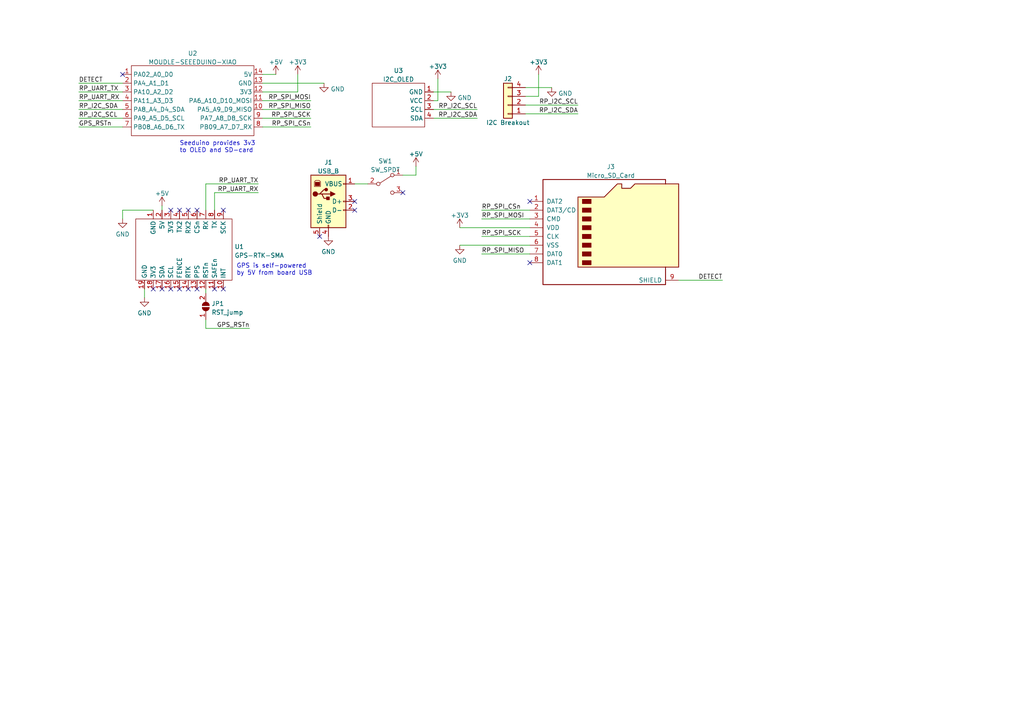
<source format=kicad_sch>
(kicad_sch (version 20211123) (generator eeschema)
  (paper "A4")
  (lib_symbols
    (symbol "Connector:Micro_SD_Card" (pin_names (offset 1.016))
      (property "Reference" "J" (at -16.51 15.24 0))
      (property "Value" "Micro_SD_Card" (at 16.51 15.24 0))
      (symbol "Micro_SD_Card_0_1"
        (rectangle (start -7.62 -9.525) (end -5.08 -10.795) (fill (type outline)))
        (rectangle (start -7.62 -6.985) (end -5.08 -8.255) (fill (type outline)))
        (rectangle (start -7.62 -4.445) (end -5.08 -5.715) (fill (type outline)))
        (rectangle (start -7.62 -1.905) (end -5.08 -3.175) (fill (type outline)))
        (rectangle (start -7.62 0.635) (end -5.08 -0.635) (fill (type outline)))
        (rectangle (start -7.62 3.175) (end -5.08 1.905) (fill (type outline)))
        (rectangle (start -7.62 5.715) (end -5.08 4.445) (fill (type outline)))
        (rectangle (start -7.62 8.255) (end -5.08 6.985) (fill (type outline)))
        (polyline (pts (xy 16.51 12.7) (xy 16.51 13.97) (xy -19.05 13.97) (xy -19.05 -16.51) (xy 16.51 -16.51) (xy 16.51 -11.43)) (stroke (width 0.254)))
        (polyline (pts (xy -8.89 -11.43) (xy -8.89 8.89) (xy -1.27 8.89) (xy 2.54 12.7) (xy 3.81 12.7) (xy 3.81 11.43) (xy 6.35 11.43) (xy 7.62 12.7) (xy 20.32 12.7) (xy 20.32 -11.43) (xy -8.89 -11.43)) (stroke (width 0.254)) (fill (type background)))
      )
      (symbol "Micro_SD_Card_1_1"
        (pin bidirectional line (at -22.86 7.62 0) (length 3.81) (name "DAT2") (number "1"))
        (pin bidirectional line (at -22.86 5.08 0) (length 3.81) (name "DAT3/CD") (number "2"))
        (pin input line (at -22.86 2.54 0) (length 3.81) (name "CMD") (number "3"))
        (pin power_in line (at -22.86 0 0) (length 3.81) (name "VDD") (number "4"))
        (pin input line (at -22.86 -2.54 0) (length 3.81) (name "CLK") (number "5"))
        (pin power_in line (at -22.86 -5.08 0) (length 3.81) (name "VSS") (number "6"))
        (pin bidirectional line (at -22.86 -7.62 0) (length 3.81) (name "DAT0") (number "7"))
        (pin bidirectional line (at -22.86 -10.16 0) (length 3.81) (name "DAT1") (number "8"))
        (pin passive line (at 20.32 -15.24 180) (length 3.81) (name "SHIELD") (number "9"))
      )
    )
    (symbol "Connector:USB_B" (pin_names (offset 1.016))
      (property "Reference" "J" (at -5.08 11.43 0))
      (property "Value" "USB_B" (at -5.08 8.89 0))
      (symbol "USB_B_0_1"
        (rectangle (start -5.08 -7.62) (end 5.08 7.62) (stroke (width 0.254)) (fill (type background)))
        (circle (center -3.81 2.159) (radius 0.635) (stroke (width 0.254)) (fill (type outline)))
        (rectangle (start -3.81 5.588) (end -2.54 4.572) (fill (type outline)))
        (circle (center -0.635 3.429) (radius 0.381) (stroke (width 0.254)) (fill (type outline)))
        (rectangle (start -0.127 -7.62) (end 0.127 -6.858))
        (polyline (pts (xy -1.905 2.159) (xy 0.635 2.159)) (stroke (width 0.254)))
        (polyline (pts (xy -3.175 2.159) (xy -2.54 2.159) (xy -1.27 3.429) (xy -0.635 3.429)) (stroke (width 0.254)))
        (polyline (pts (xy -2.54 2.159) (xy -1.905 2.159) (xy -1.27 0.889) (xy 0 0.889)) (stroke (width 0.254)))
        (polyline (pts (xy 0.635 2.794) (xy 0.635 1.524) (xy 1.905 2.159) (xy 0.635 2.794)) (stroke (width 0.254)) (fill (type outline)))
        (polyline (pts (xy -4.064 4.318) (xy -2.286 4.318) (xy -2.286 5.715) (xy -2.667 6.096) (xy -3.683 6.096) (xy -4.064 5.715) (xy -4.064 4.318)))
        (rectangle (start 0.254 1.27) (end -0.508 0.508) (stroke (width 0.254)) (fill (type outline)))
        (rectangle (start 5.08 -2.667) (end 4.318 -2.413))
        (rectangle (start 5.08 -0.127) (end 4.318 0.127))
        (rectangle (start 5.08 4.953) (end 4.318 5.207))
      )
      (symbol "USB_B_1_1"
        (pin power_out line (at 7.62 5.08 180) (length 2.54) (name "VBUS") (number "1"))
        (pin bidirectional line (at 7.62 -2.54 180) (length 2.54) (name "D-") (number "2"))
        (pin bidirectional line (at 7.62 0 180) (length 2.54) (name "D+") (number "3"))
        (pin power_out line (at 0 -10.16 90) (length 2.54) (name "GND") (number "4"))
        (pin passive line (at -2.54 -10.16 90) (length 2.54) (name "Shield") (number "5"))
      )
    )
    (symbol "Connector_Generic:Conn_01x04" (pin_names (offset 1.016) hide)
      (property "Reference" "J" (at 0 5.08 0))
      (property "Value" "Conn_01x04" (at 0 -7.62 0))
      (symbol "Conn_01x04_1_1"
        (rectangle (start -1.27 -4.953) (end 0 -5.207) (stroke (width 0.1524)))
        (rectangle (start -1.27 -2.413) (end 0 -2.667) (stroke (width 0.1524)))
        (rectangle (start -1.27 0.127) (end 0 -0.127) (stroke (width 0.1524)))
        (rectangle (start -1.27 2.667) (end 0 2.413) (stroke (width 0.1524)))
        (rectangle (start -1.27 3.81) (end 1.27 -6.35) (stroke (width 0.254)) (fill (type background)))
        (pin passive line (at -5.08 2.54 0) (length 3.81) (name "Pin_1") (number "1"))
        (pin passive line (at -5.08 0 0) (length 3.81) (name "Pin_2") (number "2"))
        (pin passive line (at -5.08 -2.54 0) (length 3.81) (name "Pin_3") (number "3"))
        (pin passive line (at -5.08 -5.08 0) (length 3.81) (name "Pin_4") (number "4"))
      )
    )
    (symbol "Jumper:SolderJumper_2_Open" (pin_names (offset 0) hide)
      (property "Reference" "JP" (at 0 2.032 0))
      (property "Value" "SolderJumper_2_Open" (at 0 -2.54 0))
      (symbol "SolderJumper_2_Open_0_1"
        (arc (start -0.254 1.016) (mid -1.27 0) (end -0.254 -1.016))
        (arc (start -0.254 1.016) (mid -1.27 0) (end -0.254 -1.016) (fill (type outline)))
        (polyline (pts (xy -0.254 1.016) (xy -0.254 -1.016)))
        (polyline (pts (xy 0.254 1.016) (xy 0.254 -1.016)))
        (arc (start 0.254 -1.016) (mid 1.27 0) (end 0.254 1.016))
        (arc (start 0.254 -1.016) (mid 1.27 0) (end 0.254 1.016) (fill (type outline)))
      )
      (symbol "SolderJumper_2_Open_1_1"
        (pin passive line (at -3.81 0 0) (length 2.54) (name "A") (number "1"))
        (pin passive line (at 3.81 0 180) (length 2.54) (name "B") (number "2"))
      )
    )
    (symbol "MOUDLE-SEEEDUINO-XIAO:MOUDLE-SEEEDUINO-XIAO"
      (property "Reference" "U" (at -16.51 11.43 0))
      (property "Value" "MOUDLE-SEEEDUINO-XIAO" (at -3.81 -11.43 0))
      (symbol "MOUDLE-SEEEDUINO-XIAO_0_1"
        (rectangle (start -16.51 10.16) (end 19.05 -10.16))
      )
      (symbol "MOUDLE-SEEEDUINO-XIAO_1_1"
        (pin unspecified line (at -19.05 7.62 0) (length 2.54) (name "PA02_A0_D0") (number "1"))
        (pin unspecified line (at 21.59 -2.54 180) (length 2.54) (name "PA5_A9_D9_MISO") (number "10"))
        (pin unspecified line (at 21.59 0 180) (length 2.54) (name "PA6_A10_D10_MOSI") (number "11"))
        (pin unspecified line (at 21.59 2.54 180) (length 2.54) (name "3V3") (number "12"))
        (pin unspecified line (at 21.59 5.08 180) (length 2.54) (name "GND") (number "13"))
        (pin unspecified line (at 21.59 7.62 180) (length 2.54) (name "5V") (number "14"))
        (pin unspecified line (at -19.05 5.08 0) (length 2.54) (name "PA4_A1_D1") (number "2"))
        (pin unspecified line (at -19.05 2.54 0) (length 2.54) (name "PA10_A2_D2") (number "3"))
        (pin unspecified line (at -19.05 0 0) (length 2.54) (name "PA11_A3_D3") (number "4"))
        (pin unspecified line (at -19.05 -2.54 0) (length 2.54) (name "PA8_A4_D4_SDA") (number "5"))
        (pin unspecified line (at -19.05 -5.08 0) (length 2.54) (name "PA9_A5_D5_SCL") (number "6"))
        (pin unspecified line (at -19.05 -7.62 0) (length 2.54) (name "PB08_A6_D6_TX") (number "7"))
        (pin unspecified line (at 21.59 -7.62 180) (length 2.54) (name "PB09_A7_D7_RX") (number "8"))
        (pin unspecified line (at 21.59 -5.08 180) (length 2.54) (name "PA7_A8_D8_SCK") (number "9"))
      )
    )
    (symbol "Switch:SW_SPDT" (pin_names (offset 0) hide)
      (property "Reference" "SW" (at 0 4.318 0))
      (property "Value" "SW_SPDT" (at 0 -5.08 0))
      (symbol "SW_SPDT_0_0"
        (circle (center -2.032 0) (radius 0.508))
        (circle (center 2.032 -2.54) (radius 0.508))
      )
      (symbol "SW_SPDT_0_1"
        (polyline (pts (xy -1.524 0.254) (xy 1.651 2.286)))
        (circle (center 2.032 2.54) (radius 0.508))
      )
      (symbol "SW_SPDT_1_1"
        (pin passive line (at 5.08 2.54 180) (length 2.54) (name "A") (number "1"))
        (pin passive line (at -5.08 0 0) (length 2.54) (name "B") (number "2"))
        (pin passive line (at 5.08 -2.54 180) (length 2.54) (name "C") (number "3"))
      )
    )
    (symbol "power:+3V3" (power) (pin_names (offset 0))
      (property "Value" "+3V3" (at 0 3.556 0))
      (symbol "+3V3_0_1"
        (polyline (pts (xy -0.762 1.27) (xy 0 2.54)))
        (polyline (pts (xy 0 0) (xy 0 2.54)))
        (polyline (pts (xy 0 2.54) (xy 0.762 1.27)))
      )
      (symbol "+3V3_1_1"
        (pin power_in line (at 0 0 90) (length 0) hide (name "+3V3") (number "1"))
      )
    )
    (symbol "power:+5V" (power) (pin_names (offset 0))
      (property "Value" "+5V" (at 0 3.556 0))
      (symbol "+5V_0_1"
        (polyline (pts (xy -0.762 1.27) (xy 0 2.54)))
        (polyline (pts (xy 0 0) (xy 0 2.54)))
        (polyline (pts (xy 0 2.54) (xy 0.762 1.27)))
      )
      (symbol "+5V_1_1"
        (pin power_in line (at 0 0 90) (length 0) hide (name "+5V") (number "1"))
      )
    )
    (symbol "power:GND" (power) (pin_names (offset 0))
      (property "Value" "GND" (at 0 -3.81 0))
      (symbol "GND_0_1"
        (polyline (pts (xy 0 0) (xy 0 -1.27) (xy 1.27 -1.27) (xy 0 -2.54) (xy -1.27 -1.27) (xy 0 -1.27)))
      )
      (symbol "GND_1_1"
        (pin power_in line (at 0 0 270) (length 0) hide (name "GND") (number "1"))
      )
    )
    (symbol "sparkfun_parts:GPS-RTK-SMA"
      (property "Reference" "U" (at -12 24.5 0))
      (property "Value" "GPS-RTK-SMA" (at 0 15.24 0))
      (symbol "GPS-RTK-SMA_0_1"
        (rectangle (start -12.7 22.86) (end 15.24 5.08) (stroke (width 0.1524)))
      )
      (symbol "GPS-RTK-SMA_1_1"
        (pin input line (at -7.62 25.4 270) (length 2.54) (name "GND") (number "1"))
        (pin input line (at 12.7 2.54 90) (length 2.54) (name "INT") (number "10"))
        (pin input line (at 10.16 2.54 90) (length 2.54) (name "SAFEn") (number "11"))
        (pin input line (at 7.62 2.54 90) (length 2.54) (name "RSTn") (number "12"))
        (pin input line (at 5.08 2.54 90) (length 2.54) (name "PPS") (number "13"))
        (pin input line (at 2.54 2.54 90) (length 2.54) (name "RTK") (number "14"))
        (pin input line (at 0 2.54 90) (length 2.54) (name "FENCE") (number "15"))
        (pin input line (at -2.54 2.54 90) (length 2.54) (name "SCL") (number "16"))
        (pin input line (at -5.08 2.54 90) (length 2.54) (name "SDA") (number "17"))
        (pin input line (at -7.62 2.54 90) (length 2.54) (name "3V3") (number "18"))
        (pin input line (at -10.16 2.54 90) (length 2.54) (name "GND") (number "19"))
        (pin input line (at -5.08 25.4 270) (length 2.54) (name "5V") (number "2"))
        (pin input line (at -2.54 25.4 270) (length 2.54) (name "3V3") (number "3"))
        (pin input line (at 0 25.4 270) (length 2.54) (name "TX2") (number "4"))
        (pin input line (at 2.54 25.4 270) (length 2.54) (name "RX2") (number "5"))
        (pin input line (at 5.08 25.4 270) (length 2.54) (name "CSn") (number "6"))
        (pin input line (at 7.62 25.4 270) (length 2.54) (name "RX") (number "7"))
        (pin input line (at 10.16 25.4 270) (length 2.54) (name "TX") (number "8"))
        (pin input line (at 12.7 25.4 270) (length 2.54) (name "SCK") (number "9"))
      )
    )
    (symbol "sparkfun_parts:I2C_OLED"
      (property "Reference" "U" (at 0 5.08 0))
      (property "Value" "I2C_OLED" (at -2.54 13.97 0))
      (symbol "I2C_OLED_0_1"
        (rectangle (start -7.62 20.32) (end 7.62 7.62) (stroke (width 0.1524)))
      )
      (symbol "I2C_OLED_1_1"
        (pin input line (at 10.16 17.78 180) (length 2.54) (name "GND") (number "1"))
        (pin input line (at 10.16 15.24 180) (length 2.54) (name "VCC") (number "2"))
        (pin input line (at 10.16 12.7 180) (length 2.54) (name "SCL") (number "3"))
        (pin input line (at 10.16 10.16 180) (length 2.54) (name "SDA") (number "4"))
      )
    )
  )
  (no_connect (at 92.71 68.58))
  (no_connect (at 49.53 60.96))
  (no_connect (at 54.61 60.96))
  (no_connect (at 52.07 60.96))
  (no_connect (at 64.77 60.96))
  (no_connect (at 57.15 60.96))
  (no_connect (at 46.99 83.82))
  (no_connect (at 49.53 83.82))
  (no_connect (at 44.45 83.82))
  (no_connect (at 54.61 83.82))
  (no_connect (at 64.77 83.82))
  (no_connect (at 62.23 83.82))
  (no_connect (at 57.15 83.82))
  (no_connect (at 52.07 83.82))
  (no_connect (at 153.67 76.2))
  (no_connect (at 153.67 58.42))
  (no_connect (at 35.56 21.59))
  (no_connect (at 102.87 58.42))
  (no_connect (at 102.87 60.96))
  (no_connect (at 116.84 55.88))
  (wire (pts (xy 76.2 34.29) (xy 90.17 34.29)))
  (wire (pts (xy 152.4 27.94) (xy 156.21 27.94)))
  (wire (pts (xy 152.4 30.48) (xy 167.64 30.48)))
  (wire (pts (xy 127 22.86) (xy 127 29.21)))
  (wire (pts (xy 90.17 29.21) (xy 76.2 29.21)))
  (wire (pts (xy 125.73 26.67) (xy 130.81 26.67)))
  (wire (pts (xy 35.56 31.75) (xy 22.86 31.75)))
  (wire (pts (xy 156.21 21.59) (xy 156.21 27.94)))
  (wire (pts (xy 74.93 55.88) (xy 62.23 55.88)))
  (wire (pts (xy 76.2 24.13) (xy 93.98 24.13)))
  (wire (pts (xy 152.4 33.02) (xy 167.64 33.02)))
  (wire (pts (xy 35.56 24.13) (xy 22.86 24.13)))
  (wire (pts (xy 120.65 50.8) (xy 116.84 50.8)))
  (wire (pts (xy 22.86 36.83) (xy 35.56 36.83)))
  (wire (pts (xy 22.86 29.21) (xy 35.56 29.21)))
  (wire (pts (xy 127 29.21) (xy 125.73 29.21)))
  (wire (pts (xy 59.69 95.25) (xy 72.39 95.25)))
  (wire (pts (xy 76.2 31.75) (xy 90.17 31.75)))
  (wire (pts (xy 46.99 59.69) (xy 46.99 60.96)))
  (wire (pts (xy 59.69 60.96) (xy 59.69 53.34)))
  (wire (pts (xy 125.73 34.29) (xy 138.43 34.29)))
  (wire (pts (xy 22.86 34.29) (xy 35.56 34.29)))
  (wire (pts (xy 59.69 53.34) (xy 74.93 53.34)))
  (wire (pts (xy 133.35 71.12) (xy 153.67 71.12)))
  (wire (pts (xy 139.7 68.58) (xy 153.67 68.58)))
  (wire (pts (xy 86.36 21.59) (xy 86.36 26.67)))
  (wire (pts (xy 133.35 66.04) (xy 153.67 66.04)))
  (wire (pts (xy 152.4 25.4) (xy 160.02 25.4)))
  (wire (pts (xy 22.86 26.67) (xy 35.56 26.67)))
  (wire (pts (xy 138.43 31.75) (xy 125.73 31.75)))
  (wire (pts (xy 90.17 36.83) (xy 76.2 36.83)))
  (wire (pts (xy 153.67 63.5) (xy 139.7 63.5)))
  (wire (pts (xy 120.65 48.26) (xy 120.65 50.8)))
  (wire (pts (xy 106.68 53.34) (xy 102.87 53.34)))
  (wire (pts (xy 35.56 60.96) (xy 44.45 60.96)))
  (wire (pts (xy 86.36 26.67) (xy 76.2 26.67)))
  (wire (pts (xy 59.69 92.71) (xy 59.69 95.25)))
  (wire (pts (xy 209.55 81.28) (xy 196.85 81.28)))
  (wire (pts (xy 62.23 55.88) (xy 62.23 60.96)))
  (wire (pts (xy 76.2 21.59) (xy 80.01 21.59)))
  (wire (pts (xy 153.67 73.66) (xy 139.7 73.66)))
  (wire (pts (xy 35.56 63.5) (xy 35.56 60.96)))
  (wire (pts (xy 59.69 83.82) (xy 59.69 85.09)))
  (wire (pts (xy 139.7 60.96) (xy 153.67 60.96)))
  (wire (pts (xy 41.91 83.82) (xy 41.91 86.36)))
  (text "Seeduino provides 3v3\nto OLED and SD-card" (at 52.07 44.45 0) (effects (font (size 1.27 1.27)) (justify left bottom)))
  (text "GPS is self-powered\nby 5V from board USB" (at 68.58 80.01 0) (effects (font (size 1.27 1.27)) (justify left bottom)))
  (label "RP_I2C_SCL" (at 22.86 34.29 0))
  (label "RP_SPI_MISO" (at 139.7 73.66 0))
  (label "RP_I2C_SDA" (at 167.64 33.02 180))
  (label "RP_SPI_CSn" (at 139.7 60.96 0))
  (label "RP_I2C_SDA" (at 22.86 31.75 0))
  (label "RP_SPI_MOSI" (at 139.7 63.5 0))
  (label "RP_SPI_MOSI" (at 90.17 29.21 180))
  (label "GPS_RSTn" (at 72.39 95.25 180))
  (label "GPS_RSTn" (at 22.86 36.83 0))
  (label "DETECT" (at 22.86 24.13 0))
  (label "RP_I2C_SCL" (at 138.43 31.75 180))
  (label "RP_UART_RX" (at 22.86 29.21 0))
  (label "RP_I2C_SDA" (at 138.43 34.29 180))
  (label "RP_SPI_MISO" (at 90.17 31.75 180))
  (label "RP_UART_TX" (at 74.93 53.34 180))
  (label "DETECT" (at 209.55 81.28 180))
  (label "RP_SPI_CSn" (at 90.17 36.83 180))
  (label "RP_UART_TX" (at 22.86 26.67 0))
  (label "RP_UART_RX" (at 74.93 55.88 180))
  (label "RP_SPI_SCK" (at 90.17 34.29 180))
  (label "RP_I2C_SCL" (at 167.64 30.48 180))
  (label "RP_SPI_SCK" (at 139.7 68.58 0))
  (symbol (lib_id "Switch:SW_SPDT") (at 111.76 53.34 0) (unit 1)
    (property "Reference" "SW1" (at 111.76 46.7192 0))
    (property "Value" "SW_SPDT" (at 111.76 49.2561 0))
    (property "Footprint" "Connector_PinHeader_2.54mm:PinHeader_1x03_P2.54mm_Vertical" (effects hide))
  )
  (symbol (lib_id "sparkfun_parts:GPS-RTK-SMA") (at 52.07 86.36 0) (unit 1)
    (property "Reference" "U1" (at 68.0212 71.5553 0) (effects (justify left)))
    (property "Value" "GPS-RTK-SMA" (at 68.0212 74.0922 0) (effects (justify left)))
    (property "Footprint" "sparkfun_parts:gps-rtk-sma" (effects hide))
  )
  (symbol (lib_id "power:GND") (at 133.35 71.12 0) (unit 1)
    (property "Reference" "#PWR012" (effects hide))
    (property "Value" "GND" (at 133.35 75.5634 0))
  )
  (symbol (lib_id "Jumper:SolderJumper_2_Open") (at 59.69 88.9 90) (unit 1)
    (property "Reference" "JP1" (at 61.341 88.0653 90) (effects (justify right)))
    (property "Value" "RST_jump" (at 61.341 90.6022 90) (effects (justify right)))
    (property "Footprint" "Jumper:SolderJumper-2_P1.3mm_Open_Pad1.0x1.5mm" (effects hide))
  )
  (symbol (lib_id "power:GND") (at 130.81 26.67 0) (unit 1)
    (property "Reference" "#PWR010" (effects hide))
    (property "Value" "GND" (at 132.715 28.3738 0) (effects (justify left)))
  )
  (symbol (lib_id "power:+5V") (at 80.01 21.59 0) (unit 1)
    (property "Reference" "#PWR04" (effects hide))
    (property "Value" "+5V" (at 80.01 18.0142 0))
  )
  (symbol (lib_id "Connector_Generic:Conn_01x04") (at 147.32 30.48 180) (unit 1)
    (property "Reference" "J2" (at 147.32 22.86 0))
    (property "Value" "I2C Breakout" (at 147.32 35.56 0))
    (property "Footprint" "Connector_PinHeader_2.54mm:PinHeader_1x04_P2.54mm_Vertical" (effects hide))
  )
  (symbol (lib_id "power:+3V3") (at 133.35 66.04 0) (unit 1)
    (property "Reference" "#PWR011" (effects hide))
    (property "Value" "+3V3" (at 133.35 62.4642 0))
  )
  (symbol (lib_id "power:+5V") (at 120.65 48.26 0) (unit 1)
    (property "Reference" "#PWR08" (effects hide))
    (property "Value" "+5V" (at 120.65 44.6842 0))
  )
  (symbol (lib_id "power:+3V3") (at 127 22.86 0) (unit 1)
    (property "Reference" "#PWR09" (effects hide))
    (property "Value" "+3V3" (at 127 19.2842 0))
  )
  (symbol (lib_id "sparkfun_parts:I2C_OLED") (at 115.57 44.45 0) (unit 1)
    (property "Reference" "U3" (at 115.57 20.481 0))
    (property "Value" "I2C_OLED" (at 115.57 23.0179 0))
    (property "Footprint" "i2c-oled" (effects hide))
  )
  (symbol (lib_id "power:GND") (at 41.91 86.36 0) (unit 1)
    (property "Reference" "#PWR02" (effects hide))
    (property "Value" "GND" (at 41.91 90.8034 0))
  )
  (symbol (lib_id "power:+3V3") (at 156.21 21.59 0) (unit 1)
    (property "Reference" "#PWR013" (effects hide))
    (property "Value" "+3V3" (at 156.21 18.0142 0))
  )
  (symbol (lib_id "Connector:USB_B") (at 95.25 58.42 0) (unit 1)
    (property "Reference" "J1" (at 95.25 47.1002 0))
    (property "Value" "USB_B" (at 95.25 49.6371 0))
    (property "Footprint" "sparkfun_parts:sparkfun_usbc" (effects hide))
    (property "Datasheet" " ~" (effects hide))
  )
  (symbol (lib_id "power:GND") (at 160.02 25.4 0) (unit 1)
    (property "Reference" "#PWR014" (effects hide))
    (property "Value" "GND" (at 161.925 27.1038 0) (effects (justify left)))
  )
  (symbol (lib_id "Connector:Micro_SD_Card") (at 176.53 66.04 0) (unit 1)
    (property "Reference" "J3" (at 177.165 48.3702 0))
    (property "Value" "Micro_SD_Card" (at 177.165 50.9071 0))
    (property "Footprint" "sparkfun_parts:adafruit_microsd" (effects hide))
    (property "Datasheet" "http://katalog.we-online.de/em/datasheet/693072010801.pdf" (effects hide))
  )
  (symbol (lib_id "MOUDLE-SEEEDUINO-XIAO:MOUDLE-SEEEDUINO-XIAO") (at 54.61 29.21 0) (unit 1)
    (property "Reference" "U2" (at 55.88 15.4772 0))
    (property "Value" "MOUDLE-SEEEDUINO-XIAO" (at 55.88 18.0141 0))
    (property "Footprint" "XIAO_PCB:MOUDLE14P-2.54-21X17.8MM" (effects hide))
  )
  (symbol (lib_id "power:+5V") (at 46.99 59.69 0) (unit 1)
    (property "Reference" "#PWR03" (effects hide))
    (property "Value" "+5V" (at 46.99 56.1142 0))
  )
  (symbol (lib_id "power:GND") (at 35.56 63.5 0) (unit 1)
    (property "Reference" "#PWR01" (effects hide))
    (property "Value" "GND" (at 35.56 67.9434 0))
  )
  (symbol (lib_id "power:+3V3") (at 86.36 21.59 0) (unit 1)
    (property "Reference" "#PWR05" (effects hide))
    (property "Value" "+3V3" (at 86.36 18.0142 0))
  )
  (symbol (lib_id "power:GND") (at 95.25 68.58 0) (unit 1)
    (property "Reference" "#PWR07" (effects hide))
    (property "Value" "GND" (at 95.25 73.0234 0))
  )
  (symbol (lib_id "power:GND") (at 93.98 24.13 0) (unit 1)
    (property "Reference" "#PWR06" (effects hide))
    (property "Value" "GND" (at 95.885 25.8338 0) (effects (justify left)))
  )
)
</source>
